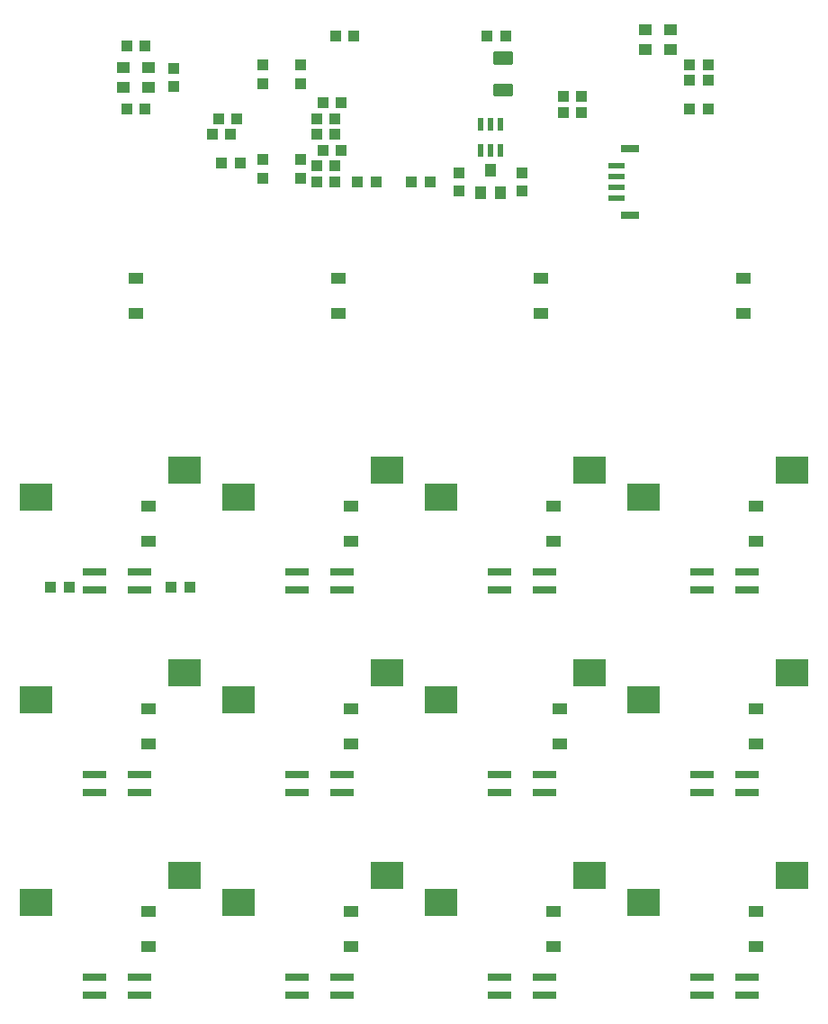
<source format=gbr>
G04 EAGLE Gerber RS-274X export*
G75*
%MOMM*%
%FSLAX34Y34*%
%LPD*%
%INSolderpaste Bottom*%
%IPPOS*%
%AMOC8*
5,1,8,0,0,1.08239X$1,22.5*%
G01*
%ADD10R,3.058000X2.500000*%
%ADD11R,1.050000X1.080000*%
%ADD12R,1.300000X1.050000*%
%ADD13R,1.016000X1.200000*%
%ADD14R,1.080000X1.050000*%
%ADD15R,0.600000X1.150000*%
%ADD16C,0.300000*%
%ADD17R,2.216000X0.800000*%
%ADD18R,1.550000X0.600000*%
%ADD19R,1.800000X0.762000*%
%ADD20R,1.474000X1.037000*%


D10*
X114360Y596900D03*
X253940Y622300D03*
X304860Y596900D03*
X444440Y622300D03*
X495360Y596900D03*
X634940Y622300D03*
X685860Y596900D03*
X825440Y622300D03*
X114360Y406400D03*
X253940Y431800D03*
X304860Y406400D03*
X444440Y431800D03*
X495360Y406400D03*
X634940Y431800D03*
X685860Y406400D03*
X825440Y431800D03*
X114360Y215900D03*
X253940Y241300D03*
X304860Y215900D03*
X444440Y241300D03*
X495360Y215900D03*
X634940Y241300D03*
X685860Y215900D03*
X825440Y241300D03*
D11*
X303430Y952500D03*
X285930Y952500D03*
X378203Y937617D03*
X395703Y937617D03*
X288906Y910828D03*
X306406Y910828D03*
D12*
X219859Y981945D03*
X219859Y1000445D03*
X196859Y1000445D03*
X196859Y981945D03*
D11*
X199609Y961430D03*
X217109Y961430D03*
X199609Y1020961D03*
X217109Y1020961D03*
D13*
X541734Y903569D03*
X532234Y882369D03*
X551234Y882369D03*
D11*
X627875Y958453D03*
X610375Y958453D03*
X627875Y973336D03*
X610375Y973336D03*
D14*
X244078Y999945D03*
X244078Y982445D03*
D11*
X485000Y892969D03*
X467500Y892969D03*
X434398Y892969D03*
X416898Y892969D03*
D14*
X571500Y884219D03*
X571500Y901719D03*
X511969Y901719D03*
X511969Y884219D03*
X327422Y913625D03*
X327422Y896125D03*
D11*
X378203Y907852D03*
X395703Y907852D03*
D14*
X327422Y985422D03*
X327422Y1002922D03*
D11*
X378203Y892969D03*
X395703Y892969D03*
X378203Y952500D03*
X395703Y952500D03*
D14*
X363141Y913625D03*
X363141Y896125D03*
X363141Y985422D03*
X363141Y1002922D03*
D11*
X384156Y922734D03*
X401656Y922734D03*
X384156Y967383D03*
X401656Y967383D03*
X297477Y937617D03*
X279977Y937617D03*
X729438Y988219D03*
X746938Y988219D03*
X729438Y1003102D03*
X746938Y1003102D03*
X746938Y961430D03*
X729438Y961430D03*
D12*
X710992Y1017664D03*
X710992Y1036164D03*
X687992Y1036164D03*
X687992Y1017664D03*
D15*
X551234Y922141D03*
X541734Y922141D03*
X532234Y922141D03*
X532234Y947141D03*
X541734Y947141D03*
X551234Y947141D03*
D11*
X413563Y1029891D03*
X396063Y1029891D03*
X538938Y1029891D03*
X556438Y1029891D03*
D16*
X561241Y983622D02*
X561241Y974622D01*
X546041Y974622D01*
X546041Y983622D01*
X561241Y983622D01*
X561241Y977472D02*
X546041Y977472D01*
X546041Y980322D02*
X561241Y980322D01*
X561241Y983172D02*
X546041Y983172D01*
X561241Y1004722D02*
X561241Y1013722D01*
X561241Y1004722D02*
X546041Y1004722D01*
X546041Y1013722D01*
X561241Y1013722D01*
X561241Y1007572D02*
X546041Y1007572D01*
X546041Y1010422D02*
X561241Y1010422D01*
X561241Y1013272D02*
X546041Y1013272D01*
D17*
X169170Y526672D03*
X169170Y509172D03*
X211830Y509172D03*
X211830Y526672D03*
X359670Y526672D03*
X359670Y509172D03*
X402330Y509172D03*
X402330Y526672D03*
X550170Y526672D03*
X550170Y509172D03*
X592830Y509172D03*
X592830Y526672D03*
X740670Y526672D03*
X740670Y509172D03*
X783330Y509172D03*
X783330Y526672D03*
X783330Y318672D03*
X783330Y336172D03*
X740670Y336172D03*
X740670Y318672D03*
X592830Y318672D03*
X592830Y336172D03*
X550170Y336172D03*
X550170Y318672D03*
X402330Y318672D03*
X402330Y336172D03*
X359670Y336172D03*
X359670Y318672D03*
X211830Y318672D03*
X211830Y336172D03*
X169170Y336172D03*
X169170Y318672D03*
X169170Y145672D03*
X169170Y128172D03*
X211830Y128172D03*
X211830Y145672D03*
X359670Y145672D03*
X359670Y128172D03*
X402330Y128172D03*
X402330Y145672D03*
X550170Y145672D03*
X550170Y128172D03*
X592830Y128172D03*
X592830Y145672D03*
X740670Y145672D03*
X740670Y128172D03*
X783330Y128172D03*
X783330Y145672D03*
D18*
X660797Y877969D03*
X660797Y887969D03*
X660797Y897969D03*
X660797Y907969D03*
D19*
X673347Y861794D03*
X673347Y924144D03*
D20*
X220266Y555150D03*
X220266Y587850D03*
X410766Y555150D03*
X410766Y587850D03*
X601266Y555150D03*
X601266Y587850D03*
X791766Y555150D03*
X791766Y587850D03*
X208359Y769463D03*
X208359Y802163D03*
X398859Y769463D03*
X398859Y802163D03*
X589359Y769463D03*
X589359Y802163D03*
X779859Y769463D03*
X779859Y802163D03*
X220266Y364650D03*
X220266Y397350D03*
X410766Y364650D03*
X410766Y397350D03*
X607219Y364650D03*
X607219Y397350D03*
X791766Y364650D03*
X791766Y397350D03*
X220266Y174150D03*
X220266Y206850D03*
X410766Y174150D03*
X410766Y206850D03*
X601266Y174150D03*
X601266Y206850D03*
X791766Y174150D03*
X791766Y206850D03*
D11*
X128172Y511969D03*
X145672Y511969D03*
X258781Y511969D03*
X241281Y511969D03*
M02*

</source>
